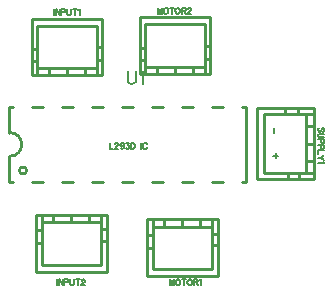
<source format=gto>
G04 Layer: TopSilkLayer*
G04 EasyEDA v6.4.5, 2020-09-09T10:55:23+00:00*
G04 d09f7638d68c4a4883d6ef385ab6acfa,b97ca10cbf7f413284ca0e80e24dcd20,10*
G04 Gerber Generator version 0.2*
G04 Scale: 100 percent, Rotated: No, Reflected: No *
G04 Dimensions in inches *
G04 leading zeros omitted , absolute positions ,2 integer and 4 decimal *
%FSLAX24Y24*%
%MOIN*%
G90*
G70D02*

%ADD10C,0.010000*%
%ADD15C,0.006000*%

%LPD*%
G54D10*
G01X212Y5242D02*
G01X212Y6109D01*
G01X6977Y3590D02*
G01X7322Y3590D01*
G01X5977Y3590D02*
G01X6322Y3590D01*
G01X4977Y3590D02*
G01X5322Y3590D01*
G01X3977Y3590D02*
G01X4322Y3590D01*
G01X2977Y3590D02*
G01X3322Y3590D01*
G01X1977Y3590D02*
G01X2322Y3590D01*
G01X977Y3590D02*
G01X1322Y3590D01*
G01X212Y3590D02*
G01X322Y3590D01*
G01X7976Y6109D02*
G01X8087Y6109D01*
G01X6976Y6109D02*
G01X7323Y6109D01*
G01X5976Y6109D02*
G01X6323Y6109D01*
G01X4976Y6109D02*
G01X5323Y6109D01*
G01X3976Y6109D02*
G01X4323Y6109D01*
G01X2976Y6109D02*
G01X3323Y6109D01*
G01X1976Y6109D02*
G01X2323Y6109D01*
G01X976Y6109D02*
G01X1323Y6109D01*
G01X212Y6109D02*
G01X323Y6109D01*
G01X212Y3590D02*
G01X212Y4456D01*
G01X8087Y3590D02*
G01X8087Y6109D01*
G01X7977Y3590D02*
G01X8087Y3590D01*
G01X6872Y9089D02*
G01X4550Y9089D01*
G01X4550Y8066D01*
G01X5298Y9089D02*
G01X6912Y9089D01*
G01X6912Y8105D01*
G01X4746Y8066D02*
G01X4746Y8853D01*
G01X6715Y8853D01*
G01X6715Y8105D01*
G01X5731Y7436D02*
G01X5731Y7200D01*
G01X4550Y7672D02*
G01X4746Y7672D01*
G01X4550Y8066D02*
G01X4746Y8066D01*
G01X6715Y7711D02*
G01X6912Y7711D01*
G01X4746Y7672D02*
G01X4746Y7200D01*
G01X5140Y7200D02*
G01X5140Y7436D01*
G01X6321Y7200D02*
G01X6321Y7436D01*
G01X5140Y7436D02*
G01X5731Y7436D01*
G01X5140Y7200D02*
G01X5731Y7200D01*
G01X6321Y7436D02*
G01X5731Y7436D01*
G01X5731Y7200D01*
G01X6321Y7200D02*
G01X5731Y7200D01*
G01X6715Y7711D02*
G01X6715Y7200D01*
G01X6912Y7200D01*
G01X6912Y7711D01*
G01X4550Y7672D02*
G01X4550Y7200D01*
G01X4746Y7200D01*
G01X5731Y7200D02*
G01X6518Y7200D01*
G01X5140Y7200D02*
G01X4746Y7200D01*
G01X5140Y7436D02*
G01X4746Y7436D01*
G01X4746Y7672D02*
G01X4746Y8066D01*
G01X4550Y8066D02*
G01X4550Y7672D01*
G01X6321Y7436D02*
G01X6715Y7436D01*
G01X6321Y7200D02*
G01X6715Y7200D01*
G01X6715Y7711D02*
G01X6715Y8105D01*
G01X6912Y8105D02*
G01X6912Y7711D01*
G01X6715Y8144D02*
G01X6912Y8144D01*
G01X3272Y9039D02*
G01X950Y9039D01*
G01X950Y8016D01*
G01X1698Y9039D02*
G01X3312Y9039D01*
G01X3312Y8055D01*
G01X1146Y8016D02*
G01X1146Y8803D01*
G01X3115Y8803D01*
G01X3115Y8055D01*
G01X2131Y7386D02*
G01X2131Y7150D01*
G01X950Y7622D02*
G01X1146Y7622D01*
G01X950Y8016D02*
G01X1146Y8016D01*
G01X3115Y7661D02*
G01X3312Y7661D01*
G01X1146Y7622D02*
G01X1146Y7150D01*
G01X1540Y7150D02*
G01X1540Y7386D01*
G01X2721Y7150D02*
G01X2721Y7386D01*
G01X1540Y7386D02*
G01X2131Y7386D01*
G01X1540Y7150D02*
G01X2131Y7150D01*
G01X2721Y7386D02*
G01X2131Y7386D01*
G01X2131Y7150D01*
G01X2721Y7150D02*
G01X2131Y7150D01*
G01X3115Y7661D02*
G01X3115Y7150D01*
G01X3312Y7150D01*
G01X3312Y7661D01*
G01X950Y7622D02*
G01X950Y7150D01*
G01X1146Y7150D01*
G01X2131Y7150D02*
G01X2918Y7150D01*
G01X1540Y7150D02*
G01X1146Y7150D01*
G01X1540Y7386D02*
G01X1146Y7386D01*
G01X1146Y7622D02*
G01X1146Y8016D01*
G01X950Y8016D02*
G01X950Y7622D01*
G01X2721Y7386D02*
G01X3115Y7386D01*
G01X2721Y7150D02*
G01X3115Y7150D01*
G01X3115Y7661D02*
G01X3115Y8055D01*
G01X3312Y8055D02*
G01X3312Y7661D01*
G01X3115Y8094D02*
G01X3312Y8094D01*
G01X4827Y460D02*
G01X7150Y460D01*
G01X7150Y1483D01*
G01X6401Y460D02*
G01X4787Y460D01*
G01X4787Y1444D01*
G01X6953Y1483D02*
G01X6953Y696D01*
G01X4984Y696D01*
G01X4984Y1444D01*
G01X5968Y2113D02*
G01X5968Y2350D01*
G01X7150Y1877D02*
G01X6953Y1877D01*
G01X7150Y1483D02*
G01X6953Y1483D01*
G01X4984Y1838D02*
G01X4787Y1838D01*
G01X6953Y1877D02*
G01X6953Y2350D01*
G01X6559Y2350D02*
G01X6559Y2113D01*
G01X5378Y2350D02*
G01X5378Y2113D01*
G01X6559Y2113D02*
G01X5968Y2113D01*
G01X6559Y2350D02*
G01X5968Y2350D01*
G01X5378Y2113D02*
G01X5968Y2113D01*
G01X5968Y2350D01*
G01X5378Y2350D02*
G01X5968Y2350D01*
G01X4984Y1838D02*
G01X4984Y2350D01*
G01X4787Y2350D01*
G01X4787Y1838D01*
G01X7150Y1877D02*
G01X7150Y2350D01*
G01X6953Y2350D01*
G01X5968Y2350D02*
G01X5181Y2350D01*
G01X6559Y2350D02*
G01X6953Y2350D01*
G01X6559Y2113D02*
G01X6953Y2113D01*
G01X6953Y1877D02*
G01X6953Y1483D01*
G01X7150Y1483D02*
G01X7150Y1877D01*
G01X5378Y2113D02*
G01X4984Y2113D01*
G01X5378Y2350D02*
G01X4984Y2350D01*
G01X4984Y1838D02*
G01X4984Y1444D01*
G01X4787Y1444D02*
G01X4787Y1838D01*
G01X4984Y1405D02*
G01X4787Y1405D01*
G01X1127Y610D02*
G01X3450Y610D01*
G01X3450Y1633D01*
G01X2701Y610D02*
G01X1087Y610D01*
G01X1087Y1594D01*
G01X3253Y1633D02*
G01X3253Y846D01*
G01X1284Y846D01*
G01X1284Y1594D01*
G01X2268Y2263D02*
G01X2268Y2500D01*
G01X3450Y2027D02*
G01X3253Y2027D01*
G01X3450Y1633D02*
G01X3253Y1633D01*
G01X1284Y1988D02*
G01X1087Y1988D01*
G01X3253Y2027D02*
G01X3253Y2500D01*
G01X2859Y2500D02*
G01X2859Y2263D01*
G01X1678Y2500D02*
G01X1678Y2263D01*
G01X2859Y2263D02*
G01X2268Y2263D01*
G01X2859Y2500D02*
G01X2268Y2500D01*
G01X1678Y2263D02*
G01X2268Y2263D01*
G01X2268Y2500D01*
G01X1678Y2500D02*
G01X2268Y2500D01*
G01X1284Y1988D02*
G01X1284Y2500D01*
G01X1087Y2500D01*
G01X1087Y1988D01*
G01X3450Y2027D02*
G01X3450Y2500D01*
G01X3253Y2500D01*
G01X2268Y2500D02*
G01X1481Y2500D01*
G01X2859Y2500D02*
G01X3253Y2500D01*
G01X2859Y2263D02*
G01X3253Y2263D01*
G01X3253Y2027D02*
G01X3253Y1633D01*
G01X3450Y1633D02*
G01X3450Y2027D01*
G01X1678Y2263D02*
G01X1284Y2263D01*
G01X1678Y2500D02*
G01X1284Y2500D01*
G01X1284Y1988D02*
G01X1284Y1594D01*
G01X1087Y1594D02*
G01X1087Y1988D01*
G01X1284Y1555D02*
G01X1087Y1555D01*
G01X8460Y6022D02*
G01X8460Y3700D01*
G01X9483Y3700D01*
G01X8460Y4448D02*
G01X8460Y6062D01*
G01X9444Y6062D01*
G01X9483Y3896D02*
G01X8696Y3896D01*
G01X8696Y5865D01*
G01X9444Y5865D01*
G01X10113Y4881D02*
G01X10350Y4881D01*
G01X9877Y3700D02*
G01X9877Y3896D01*
G01X9483Y3700D02*
G01X9483Y3896D01*
G01X9838Y5865D02*
G01X9838Y6062D01*
G01X9877Y3896D02*
G01X10350Y3896D01*
G01X10350Y4290D02*
G01X10113Y4290D01*
G01X10350Y5471D02*
G01X10113Y5471D01*
G01X10113Y4290D02*
G01X10113Y4881D01*
G01X10350Y4290D02*
G01X10350Y4881D01*
G01X10113Y5471D02*
G01X10113Y4881D01*
G01X10350Y4881D01*
G01X10350Y5471D02*
G01X10350Y4881D01*
G01X9838Y5865D02*
G01X10350Y5865D01*
G01X10350Y6062D01*
G01X9838Y6062D01*
G01X9877Y3700D02*
G01X10350Y3700D01*
G01X10350Y3896D01*
G01X10350Y4881D02*
G01X10350Y5668D01*
G01X10350Y4290D02*
G01X10350Y3896D01*
G01X10113Y4290D02*
G01X10113Y3896D01*
G01X9877Y3896D02*
G01X9483Y3896D01*
G01X9483Y3700D02*
G01X9877Y3700D01*
G01X10113Y5471D02*
G01X10113Y5865D01*
G01X10350Y5471D02*
G01X10350Y5865D01*
G01X9838Y5865D02*
G01X9444Y5865D01*
G01X9444Y6062D02*
G01X9838Y6062D01*
G01X9405Y5865D02*
G01X9405Y6062D01*
G54D15*
G01X3550Y4901D02*
G01X3550Y4711D01*
G01X3550Y4711D02*
G01X3659Y4711D01*
G01X3728Y4855D02*
G01X3728Y4865D01*
G01X3736Y4884D01*
G01X3746Y4892D01*
G01X3765Y4901D01*
G01X3801Y4901D01*
G01X3819Y4892D01*
G01X3828Y4884D01*
G01X3836Y4865D01*
G01X3836Y4846D01*
G01X3828Y4828D01*
G01X3809Y4801D01*
G01X3719Y4711D01*
G01X3846Y4711D01*
G01X4025Y4838D02*
G01X4015Y4811D01*
G01X3996Y4792D01*
G01X3969Y4784D01*
G01X3961Y4784D01*
G01X3934Y4792D01*
G01X3915Y4811D01*
G01X3905Y4838D01*
G01X3905Y4846D01*
G01X3915Y4875D01*
G01X3934Y4892D01*
G01X3961Y4901D01*
G01X3969Y4901D01*
G01X3996Y4892D01*
G01X4015Y4875D01*
G01X4025Y4838D01*
G01X4025Y4792D01*
G01X4015Y4746D01*
G01X3996Y4719D01*
G01X3969Y4711D01*
G01X3951Y4711D01*
G01X3925Y4719D01*
G01X3915Y4738D01*
G01X4103Y4901D02*
G01X4203Y4901D01*
G01X4148Y4828D01*
G01X4175Y4828D01*
G01X4194Y4819D01*
G01X4203Y4811D01*
G01X4211Y4784D01*
G01X4211Y4765D01*
G01X4203Y4738D01*
G01X4184Y4719D01*
G01X4157Y4711D01*
G01X4130Y4711D01*
G01X4103Y4719D01*
G01X4094Y4728D01*
G01X4084Y4746D01*
G01X4271Y4901D02*
G01X4271Y4711D01*
G01X4271Y4901D02*
G01X4334Y4901D01*
G01X4363Y4892D01*
G01X4380Y4875D01*
G01X4390Y4855D01*
G01X4398Y4828D01*
G01X4398Y4784D01*
G01X4390Y4755D01*
G01X4380Y4738D01*
G01X4363Y4719D01*
G01X4334Y4711D01*
G01X4271Y4711D01*
G01X4598Y4901D02*
G01X4598Y4711D01*
G01X4794Y4855D02*
G01X4786Y4875D01*
G01X4767Y4892D01*
G01X4750Y4901D01*
G01X4713Y4901D01*
G01X4694Y4892D01*
G01X4676Y4875D01*
G01X4667Y4855D01*
G01X4659Y4828D01*
G01X4659Y4784D01*
G01X4667Y4755D01*
G01X4676Y4738D01*
G01X4694Y4719D01*
G01X4713Y4711D01*
G01X4750Y4711D01*
G01X4767Y4719D01*
G01X4786Y4738D01*
G01X4794Y4755D01*
G01X9175Y4467D02*
G01X9010Y4467D01*
G01X9093Y4550D02*
G01X9093Y4386D01*
G01X9043Y5400D02*
G01X9043Y5236D01*
G01X4150Y7303D02*
G01X4150Y6996D01*
G01X4169Y6936D01*
G01X4211Y6894D01*
G01X4273Y6875D01*
G01X4313Y6875D01*
G01X4375Y6894D01*
G01X4415Y6936D01*
G01X4436Y6996D01*
G01X4436Y7303D01*
G01X4571Y7221D02*
G01X4611Y7242D01*
G01X4673Y7303D01*
G01X4673Y6875D01*
G01X5150Y9401D02*
G01X5150Y9211D01*
G01X5150Y9401D02*
G01X5222Y9211D01*
G01X5294Y9401D02*
G01X5222Y9211D01*
G01X5294Y9401D02*
G01X5294Y9211D01*
G01X5410Y9401D02*
G01X5392Y9392D01*
G01X5373Y9375D01*
G01X5364Y9355D01*
G01X5355Y9328D01*
G01X5355Y9284D01*
G01X5364Y9255D01*
G01X5373Y9238D01*
G01X5392Y9219D01*
G01X5410Y9211D01*
G01X5446Y9211D01*
G01X5464Y9219D01*
G01X5482Y9238D01*
G01X5492Y9255D01*
G01X5501Y9284D01*
G01X5501Y9328D01*
G01X5492Y9355D01*
G01X5482Y9375D01*
G01X5464Y9392D01*
G01X5446Y9401D01*
G01X5410Y9401D01*
G01X5625Y9401D02*
G01X5625Y9211D01*
G01X5560Y9401D02*
G01X5688Y9401D01*
G01X5802Y9401D02*
G01X5785Y9392D01*
G01X5765Y9375D01*
G01X5756Y9355D01*
G01X5747Y9328D01*
G01X5747Y9284D01*
G01X5756Y9255D01*
G01X5765Y9238D01*
G01X5785Y9219D01*
G01X5802Y9211D01*
G01X5839Y9211D01*
G01X5856Y9219D01*
G01X5875Y9238D01*
G01X5885Y9255D01*
G01X5893Y9284D01*
G01X5893Y9328D01*
G01X5885Y9355D01*
G01X5875Y9375D01*
G01X5856Y9392D01*
G01X5839Y9401D01*
G01X5802Y9401D01*
G01X5953Y9401D02*
G01X5953Y9211D01*
G01X5953Y9401D02*
G01X6035Y9401D01*
G01X6063Y9392D01*
G01X6072Y9384D01*
G01X6081Y9365D01*
G01X6081Y9346D01*
G01X6072Y9328D01*
G01X6063Y9319D01*
G01X6035Y9311D01*
G01X5953Y9311D01*
G01X6017Y9311D02*
G01X6081Y9211D01*
G01X6150Y9355D02*
G01X6150Y9365D01*
G01X6159Y9384D01*
G01X6168Y9392D01*
G01X6185Y9401D01*
G01X6222Y9401D01*
G01X6240Y9392D01*
G01X6250Y9384D01*
G01X6259Y9365D01*
G01X6259Y9346D01*
G01X6250Y9328D01*
G01X6231Y9301D01*
G01X6140Y9211D01*
G01X6268Y9211D01*
G01X1700Y9351D02*
G01X1700Y9161D01*
G01X1759Y9351D02*
G01X1759Y9161D01*
G01X1759Y9351D02*
G01X1886Y9161D01*
G01X1886Y9351D02*
G01X1886Y9161D01*
G01X1946Y9351D02*
G01X1946Y9161D01*
G01X1946Y9351D02*
G01X2028Y9351D01*
G01X2055Y9342D01*
G01X2065Y9334D01*
G01X2075Y9315D01*
G01X2075Y9288D01*
G01X2065Y9269D01*
G01X2055Y9261D01*
G01X2028Y9251D01*
G01X1946Y9251D01*
G01X2134Y9351D02*
G01X2134Y9215D01*
G01X2144Y9188D01*
G01X2161Y9169D01*
G01X2188Y9161D01*
G01X2207Y9161D01*
G01X2234Y9169D01*
G01X2253Y9188D01*
G01X2261Y9215D01*
G01X2261Y9351D01*
G01X2384Y9351D02*
G01X2384Y9161D01*
G01X2321Y9351D02*
G01X2448Y9351D01*
G01X2509Y9315D02*
G01X2526Y9325D01*
G01X2555Y9351D01*
G01X2555Y9161D01*
G01X5550Y351D02*
G01X5550Y161D01*
G01X5550Y351D02*
G01X5622Y161D01*
G01X5694Y351D02*
G01X5622Y161D01*
G01X5694Y351D02*
G01X5694Y161D01*
G01X5810Y351D02*
G01X5792Y342D01*
G01X5773Y325D01*
G01X5764Y305D01*
G01X5755Y278D01*
G01X5755Y234D01*
G01X5764Y205D01*
G01X5773Y188D01*
G01X5792Y169D01*
G01X5810Y161D01*
G01X5846Y161D01*
G01X5864Y169D01*
G01X5882Y188D01*
G01X5892Y205D01*
G01X5901Y234D01*
G01X5901Y278D01*
G01X5892Y305D01*
G01X5882Y325D01*
G01X5864Y342D01*
G01X5846Y351D01*
G01X5810Y351D01*
G01X6025Y351D02*
G01X6025Y161D01*
G01X5960Y351D02*
G01X6088Y351D01*
G01X6202Y351D02*
G01X6185Y342D01*
G01X6165Y325D01*
G01X6156Y305D01*
G01X6147Y278D01*
G01X6147Y234D01*
G01X6156Y205D01*
G01X6165Y188D01*
G01X6185Y169D01*
G01X6202Y161D01*
G01X6239Y161D01*
G01X6256Y169D01*
G01X6275Y188D01*
G01X6285Y205D01*
G01X6293Y234D01*
G01X6293Y278D01*
G01X6285Y305D01*
G01X6275Y325D01*
G01X6256Y342D01*
G01X6239Y351D01*
G01X6202Y351D01*
G01X6353Y351D02*
G01X6353Y161D01*
G01X6353Y351D02*
G01X6435Y351D01*
G01X6463Y342D01*
G01X6472Y334D01*
G01X6481Y315D01*
G01X6481Y296D01*
G01X6472Y278D01*
G01X6463Y269D01*
G01X6435Y261D01*
G01X6353Y261D01*
G01X6417Y261D02*
G01X6481Y161D01*
G01X6540Y315D02*
G01X6559Y325D01*
G01X6585Y351D01*
G01X6585Y161D01*
G01X1800Y351D02*
G01X1800Y161D01*
G01X1859Y351D02*
G01X1859Y161D01*
G01X1859Y351D02*
G01X1986Y161D01*
G01X1986Y351D02*
G01X1986Y161D01*
G01X2046Y351D02*
G01X2046Y161D01*
G01X2046Y351D02*
G01X2128Y351D01*
G01X2155Y342D01*
G01X2165Y334D01*
G01X2175Y315D01*
G01X2175Y288D01*
G01X2165Y269D01*
G01X2155Y261D01*
G01X2128Y251D01*
G01X2046Y251D01*
G01X2234Y351D02*
G01X2234Y215D01*
G01X2244Y188D01*
G01X2261Y169D01*
G01X2288Y161D01*
G01X2307Y161D01*
G01X2334Y169D01*
G01X2353Y188D01*
G01X2361Y215D01*
G01X2361Y351D01*
G01X2484Y351D02*
G01X2484Y161D01*
G01X2421Y351D02*
G01X2548Y351D01*
G01X2617Y305D02*
G01X2617Y315D01*
G01X2626Y334D01*
G01X2636Y342D01*
G01X2655Y351D01*
G01X2690Y351D01*
G01X2709Y342D01*
G01X2717Y334D01*
G01X2726Y315D01*
G01X2726Y296D01*
G01X2717Y278D01*
G01X2700Y251D01*
G01X2609Y161D01*
G01X2736Y161D01*
G01X10675Y5273D02*
G01X10693Y5290D01*
G01X10702Y5317D01*
G01X10702Y5355D01*
G01X10693Y5382D01*
G01X10675Y5400D01*
G01X10656Y5400D01*
G01X10638Y5390D01*
G01X10628Y5382D01*
G01X10619Y5363D01*
G01X10602Y5309D01*
G01X10593Y5290D01*
G01X10584Y5282D01*
G01X10564Y5273D01*
G01X10538Y5273D01*
G01X10519Y5290D01*
G01X10510Y5317D01*
G01X10510Y5355D01*
G01X10519Y5382D01*
G01X10538Y5400D01*
G01X10702Y5213D02*
G01X10564Y5213D01*
G01X10538Y5203D01*
G01X10519Y5184D01*
G01X10510Y5157D01*
G01X10510Y5140D01*
G01X10519Y5113D01*
G01X10538Y5094D01*
G01X10564Y5084D01*
G01X10702Y5084D01*
G01X10702Y5025D02*
G01X10510Y5025D01*
G01X10702Y5025D02*
G01X10702Y4944D01*
G01X10693Y4915D01*
G01X10684Y4907D01*
G01X10664Y4898D01*
G01X10638Y4898D01*
G01X10619Y4907D01*
G01X10610Y4915D01*
G01X10602Y4944D01*
G01X10602Y5025D01*
G01X10702Y4838D02*
G01X10510Y4838D01*
G01X10702Y4838D02*
G01X10702Y4755D01*
G01X10693Y4728D01*
G01X10684Y4719D01*
G01X10664Y4711D01*
G01X10638Y4711D01*
G01X10619Y4719D01*
G01X10610Y4728D01*
G01X10602Y4755D01*
G01X10602Y4838D01*
G01X10702Y4651D02*
G01X10510Y4651D01*
G01X10510Y4651D02*
G01X10510Y4542D01*
G01X10702Y4482D02*
G01X10610Y4409D01*
G01X10510Y4409D01*
G01X10702Y4336D02*
G01X10610Y4409D01*
G01X10664Y4276D02*
G01X10675Y4257D01*
G01X10702Y4230D01*
G01X10510Y4230D01*
G54D10*
G75*
G01X213Y5244D02*
G02X233Y4456I10J-394D01*
G01*
G75*
G01X784Y3984D02*
G03X784Y3984I-118J0D01*
G01*
M00*
M02*

</source>
